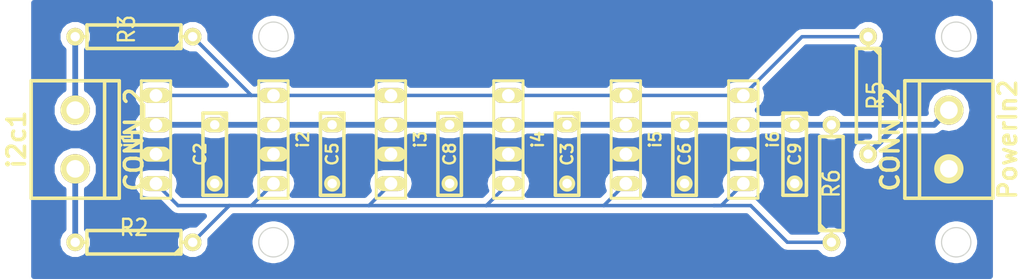
<source format=kicad_pcb>
(kicad_pcb (version 3) (host pcbnew "(2013-jul-07)-stable")

  (general
    (links 42)
    (no_connects 0)
    (area 83.134999 34.874999 157.530001 94.665001)
    (thickness 1.6)
    (drawings 4)
    (tracks 45)
    (zones 0)
    (modules 18)
    (nets 7)
  )

  (page A3)
  (layers
    (15 F.Cu signal)
    (0 B.Cu signal)
    (17 F.Adhes user)
    (19 F.Paste user)
    (21 F.SilkS user)
    (23 F.Mask user)
    (28 Edge.Cuts user)
  )

  (setup
    (last_trace_width 0.5)
    (trace_clearance 0.5)
    (zone_clearance 0.508)
    (zone_45_only no)
    (trace_min 0.254)
    (segment_width 0.2)
    (edge_width 0.1)
    (via_size 0.889)
    (via_drill 0.635)
    (via_min_size 0.889)
    (via_min_drill 0.508)
    (uvia_size 0.508)
    (uvia_drill 0.127)
    (uvias_allowed no)
    (uvia_min_size 0.508)
    (uvia_min_drill 0.127)
    (pcb_text_width 0.3)
    (pcb_text_size 1.5 1.5)
    (mod_edge_width 0.15)
    (mod_text_size 1 1)
    (mod_text_width 0.15)
    (pad_size 1.3 2)
    (pad_drill 0.8128)
    (pad_to_mask_clearance 0.3)
    (solder_mask_min_width 0.3)
    (aux_axis_origin 0 0)
    (visible_elements FFFFFFBF)
    (pcbplotparams
      (layerselection 10485761)
      (usegerberextensions false)
      (excludeedgelayer false)
      (linewidth 0.150000)
      (plotframeref false)
      (viasonmask false)
      (mode 1)
      (useauxorigin false)
      (hpglpennumber 1)
      (hpglpenspeed 20)
      (hpglpendiameter 15)
      (hpglpenoverlay 2)
      (psnegative false)
      (psa4output false)
      (plotreference true)
      (plotvalue true)
      (plotothertext true)
      (plotinvisibletext false)
      (padsonsilk false)
      (subtractmaskfromsilk false)
      (outputformat 5)
      (mirror false)
      (drillshape 1)
      (scaleselection 1)
      (outputdirectory output/))
  )

  (net 0 "")
  (net 1 /5V)
  (net 2 /SCL)
  (net 3 /SDA)
  (net 4 DGND)
  (net 5 N-000001)
  (net 6 N-000004)

  (net_class Default "This is the default net class."
    (clearance 0.5)
    (trace_width 0.5)
    (via_dia 0.889)
    (via_drill 0.635)
    (uvia_dia 0.508)
    (uvia_drill 0.127)
    (add_net "")
    (add_net /5V)
    (add_net DGND)
    (add_net N-000001)
    (add_net N-000004)
  )

  (net_class i2c ""
    (clearance 0.3)
    (trace_width 0.3)
    (via_dia 0.889)
    (via_drill 0.635)
    (uvia_dia 0.508)
    (uvia_drill 0.127)
    (add_net /SCL)
    (add_net /SDA)
  )

  (module PIN_ARRAY_4x1 (layer F.Cu) (tedit 5593CB16) (tstamp 54793F75)
    (at 136.525 84.455 270)
    (descr "Double rangee de contacts 2 x 5 pins")
    (tags CONN)
    (path /5479D212)
    (fp_text reference i6 (at 0 -2.54 270) (layer F.SilkS)
      (effects (font (size 1.016 1.016) (thickness 0.2032)))
    )
    (fp_text value CONN_4 (at 0 2.54 270) (layer F.SilkS) hide
      (effects (font (size 1.016 1.016) (thickness 0.2032)))
    )
    (fp_line (start 5.08 1.27) (end -5.08 1.27) (layer F.SilkS) (width 0.254))
    (fp_line (start 5.08 -1.27) (end -5.08 -1.27) (layer F.SilkS) (width 0.254))
    (fp_line (start -5.08 -1.27) (end -5.08 1.27) (layer F.SilkS) (width 0.254))
    (fp_line (start 5.08 1.27) (end 5.08 -1.27) (layer F.SilkS) (width 0.254))
    (pad 1 thru_hole oval (at -3.81 0 270) (size 1.3 2.524) (drill 1.1)
      (layers *.Cu *.Mask F.SilkS)
      (net 3 /SDA)
    )
    (pad 2 thru_hole oval (at -1.27 0 270) (size 1.3 2.524) (drill 1.1)
      (layers *.Cu *.Mask F.SilkS)
      (net 1 /5V)
    )
    (pad 3 thru_hole oval (at 1.27 0 270) (size 1.3 2.524) (drill 1.1)
      (layers *.Cu *.Mask F.SilkS)
      (net 4 DGND)
    )
    (pad 4 thru_hole oval (at 3.81 0 270) (size 1.3 2.524) (drill 1.1)
      (layers *.Cu *.Mask F.SilkS)
      (net 2 /SCL)
    )
    (model pin_array\pins_array_4x1.wrl
      (at (xyz 0 0 0))
      (scale (xyz 1 1 1))
      (rotate (xyz 0 0 0))
    )
  )

  (module bornier2 (layer F.Cu) (tedit 5477CE46) (tstamp 5477472F)
    (at 154.305 84.455 270)
    (descr "Bornier d'alimentation 2 pins")
    (tags DEV)
    (path /54774E7D)
    (fp_text reference PowerIn2 (at 0 -5.08 270) (layer F.SilkS)
      (effects (font (size 1.524 1.524) (thickness 0.3048)))
    )
    (fp_text value CONN_2 (at 0 5.08 270) (layer F.SilkS)
      (effects (font (size 1.524 1.524) (thickness 0.3048)))
    )
    (fp_line (start 5.08 2.54) (end -5.08 2.54) (layer F.SilkS) (width 0.3048))
    (fp_line (start 5.08 3.81) (end 5.08 -3.81) (layer F.SilkS) (width 0.3048))
    (fp_line (start 5.08 -3.81) (end -5.08 -3.81) (layer F.SilkS) (width 0.3048))
    (fp_line (start -5.08 -3.81) (end -5.08 3.81) (layer F.SilkS) (width 0.3048))
    (fp_line (start -5.08 3.81) (end 5.08 3.81) (layer F.SilkS) (width 0.3048))
    (pad 1 thru_hole oval (at -2.54 0 270) (size 2.54 2.54) (drill 1.524)
      (layers *.Cu *.Mask F.SilkS)
      (net 1 /5V)
    )
    (pad 2 thru_hole circle (at 2.54 0 270) (size 2.54 2.54) (drill 1.524)
      (layers *.Cu *.Mask F.SilkS)
      (net 4 DGND)
    )
    (model device/bornier_2.wrl
      (at (xyz 0 0 0))
      (scale (xyz 1 1 1))
      (rotate (xyz 0 0 0))
    )
  )

  (module bornier2 (layer F.Cu) (tedit 5479C9BD) (tstamp 54772B22)
    (at 78.74 84.455 90)
    (descr "Bornier d'alimentation 2 pins")
    (tags DEV)
    (path /5477345E)
    (fp_text reference i2c1 (at 0 -5.08 90) (layer F.SilkS)
      (effects (font (size 1.524 1.524) (thickness 0.3048)))
    )
    (fp_text value CONN_2 (at 0 5.08 90) (layer F.SilkS)
      (effects (font (size 1.524 1.524) (thickness 0.3048)))
    )
    (fp_line (start 5.08 2.54) (end -5.08 2.54) (layer F.SilkS) (width 0.3048))
    (fp_line (start 5.08 3.81) (end 5.08 -3.81) (layer F.SilkS) (width 0.3048))
    (fp_line (start 5.08 -3.81) (end -5.08 -3.81) (layer F.SilkS) (width 0.3048))
    (fp_line (start -5.08 -3.81) (end -5.08 3.81) (layer F.SilkS) (width 0.3048))
    (fp_line (start -5.08 3.81) (end 5.08 3.81) (layer F.SilkS) (width 0.3048))
    (pad 1 thru_hole circle (at -2.54 0 90) (size 2.54 2.54) (drill 1.524)
      (layers *.Cu *.Mask F.SilkS)
      (net 6 N-000004)
    )
    (pad 2 thru_hole circle (at 2.54 0 90) (size 2.54 2.54) (drill 1.524)
      (layers *.Cu *.Mask F.SilkS)
      (net 5 N-000001)
    )
    (model device/bornier_2.wrl
      (at (xyz 0 0 0))
      (scale (xyz 1 1 1))
      (rotate (xyz 0 0 0))
    )
  )

  (module R4 (layer F.Cu) (tedit 5477320F) (tstamp 5391FAC7)
    (at 83.82 75.565 180)
    (descr "Resitance 4 pas")
    (tags R)
    (path /5477261D)
    (autoplace_cost180 10)
    (fp_text reference R3 (at 0.635 0.635 270) (layer F.SilkS)
      (effects (font (size 1.397 1.27) (thickness 0.2032)))
    )
    (fp_text value FB (at 0 0 180) (layer F.SilkS) hide
      (effects (font (size 1.397 1.27) (thickness 0.2032)))
    )
    (fp_line (start -5.08 0) (end -4.064 0) (layer F.SilkS) (width 0.3048))
    (fp_line (start -4.064 0) (end -4.064 -1.016) (layer F.SilkS) (width 0.3048))
    (fp_line (start -4.064 -1.016) (end 4.064 -1.016) (layer F.SilkS) (width 0.3048))
    (fp_line (start 4.064 -1.016) (end 4.064 1.016) (layer F.SilkS) (width 0.3048))
    (fp_line (start 4.064 1.016) (end -4.064 1.016) (layer F.SilkS) (width 0.3048))
    (fp_line (start -4.064 1.016) (end -4.064 0) (layer F.SilkS) (width 0.3048))
    (fp_line (start -4.064 -0.508) (end -3.556 -1.016) (layer F.SilkS) (width 0.3048))
    (fp_line (start 5.08 0) (end 4.064 0) (layer F.SilkS) (width 0.3048))
    (pad 1 thru_hole circle (at -5.08 0 180) (size 1.524 1.524) (drill 0.8128)
      (layers *.Cu *.Mask F.SilkS)
      (net 3 /SDA)
    )
    (pad 2 thru_hole circle (at 5.08 0 180) (size 1.524 1.524) (drill 0.8128)
      (layers *.Cu *.Mask F.SilkS)
      (net 5 N-000001)
    )
    (model discret/resistor.wrl
      (at (xyz 0 0 0))
      (scale (xyz 0.4 0.4 0.4))
      (rotate (xyz 0 0 0))
    )
  )

  (module PIN_ARRAY_4x1 (layer F.Cu) (tedit 5593CB18) (tstamp 54793F82)
    (at 126.365 84.455 270)
    (descr "Double rangee de contacts 2 x 5 pins")
    (tags CONN)
    (path /5479D1F1)
    (fp_text reference i5 (at 0 -2.54 270) (layer F.SilkS)
      (effects (font (size 1.016 1.016) (thickness 0.2032)))
    )
    (fp_text value CONN_4 (at 0 2.54 270) (layer F.SilkS) hide
      (effects (font (size 1.016 1.016) (thickness 0.2032)))
    )
    (fp_line (start 5.08 1.27) (end -5.08 1.27) (layer F.SilkS) (width 0.254))
    (fp_line (start 5.08 -1.27) (end -5.08 -1.27) (layer F.SilkS) (width 0.254))
    (fp_line (start -5.08 -1.27) (end -5.08 1.27) (layer F.SilkS) (width 0.254))
    (fp_line (start 5.08 1.27) (end 5.08 -1.27) (layer F.SilkS) (width 0.254))
    (pad 1 thru_hole oval (at -3.81 0 270) (size 1.3 2.524) (drill 1.1)
      (layers *.Cu *.Mask F.SilkS)
      (net 3 /SDA)
    )
    (pad 2 thru_hole oval (at -1.27 0 270) (size 1.3 2.524) (drill 1.1)
      (layers *.Cu *.Mask F.SilkS)
      (net 1 /5V)
    )
    (pad 3 thru_hole oval (at 1.27 0 270) (size 1.3 2.524) (drill 1.1)
      (layers *.Cu *.Mask F.SilkS)
      (net 4 DGND)
    )
    (pad 4 thru_hole oval (at 3.81 0 270) (size 1.3 2.524) (drill 1.1)
      (layers *.Cu *.Mask F.SilkS)
      (net 2 /SCL)
    )
    (model pin_array\pins_array_4x1.wrl
      (at (xyz 0 0 0))
      (scale (xyz 1 1 1))
      (rotate (xyz 0 0 0))
    )
  )

  (module PIN_ARRAY_4x1 (layer F.Cu) (tedit 5593CB1B) (tstamp 54793F8F)
    (at 116.205 84.455 270)
    (descr "Double rangee de contacts 2 x 5 pins")
    (tags CONN)
    (path /5479D1D2)
    (fp_text reference i4 (at 0 -2.54 270) (layer F.SilkS)
      (effects (font (size 1.016 1.016) (thickness 0.2032)))
    )
    (fp_text value CONN_4 (at 0 2.54 270) (layer F.SilkS) hide
      (effects (font (size 1.016 1.016) (thickness 0.2032)))
    )
    (fp_line (start 5.08 1.27) (end -5.08 1.27) (layer F.SilkS) (width 0.254))
    (fp_line (start 5.08 -1.27) (end -5.08 -1.27) (layer F.SilkS) (width 0.254))
    (fp_line (start -5.08 -1.27) (end -5.08 1.27) (layer F.SilkS) (width 0.254))
    (fp_line (start 5.08 1.27) (end 5.08 -1.27) (layer F.SilkS) (width 0.254))
    (pad 1 thru_hole oval (at -3.81 0 270) (size 1.3 2.524) (drill 1.1)
      (layers *.Cu *.Mask F.SilkS)
      (net 3 /SDA)
    )
    (pad 2 thru_hole oval (at -1.27 0 270) (size 1.3 2.524) (drill 1.1)
      (layers *.Cu *.Mask F.SilkS)
      (net 1 /5V)
    )
    (pad 3 thru_hole oval (at 1.27 0 270) (size 1.3 2.524) (drill 1.1)
      (layers *.Cu *.Mask F.SilkS)
      (net 4 DGND)
    )
    (pad 4 thru_hole oval (at 3.81 0 270) (size 1.3 2.524) (drill 1.1)
      (layers *.Cu *.Mask F.SilkS)
      (net 2 /SCL)
    )
    (model pin_array\pins_array_4x1.wrl
      (at (xyz 0 0 0))
      (scale (xyz 1 1 1))
      (rotate (xyz 0 0 0))
    )
  )

  (module PIN_ARRAY_4x1 (layer F.Cu) (tedit 5593CB1D) (tstamp 54793FA9)
    (at 106.045 84.455 270)
    (descr "Double rangee de contacts 2 x 5 pins")
    (tags CONN)
    (path /5479CC54)
    (fp_text reference i3 (at 0 -2.54 270) (layer F.SilkS)
      (effects (font (size 1.016 1.016) (thickness 0.2032)))
    )
    (fp_text value CONN_4 (at 0 2.54 270) (layer F.SilkS) hide
      (effects (font (size 1.016 1.016) (thickness 0.2032)))
    )
    (fp_line (start 5.08 1.27) (end -5.08 1.27) (layer F.SilkS) (width 0.254))
    (fp_line (start 5.08 -1.27) (end -5.08 -1.27) (layer F.SilkS) (width 0.254))
    (fp_line (start -5.08 -1.27) (end -5.08 1.27) (layer F.SilkS) (width 0.254))
    (fp_line (start 5.08 1.27) (end 5.08 -1.27) (layer F.SilkS) (width 0.254))
    (pad 1 thru_hole oval (at -3.81 0 270) (size 1.3 2.524) (drill 1.1)
      (layers *.Cu *.Mask F.SilkS)
      (net 3 /SDA)
    )
    (pad 2 thru_hole oval (at -1.27 0 270) (size 1.3 2.524) (drill 1.1)
      (layers *.Cu *.Mask F.SilkS)
      (net 1 /5V)
    )
    (pad 3 thru_hole oval (at 1.27 0 270) (size 1.3 2.524) (drill 1.1)
      (layers *.Cu *.Mask F.SilkS)
      (net 4 DGND)
    )
    (pad 4 thru_hole oval (at 3.81 0 270) (size 1.3 2.524) (drill 1.1)
      (layers *.Cu *.Mask F.SilkS)
      (net 2 /SCL)
    )
    (model pin_array\pins_array_4x1.wrl
      (at (xyz 0 0 0))
      (scale (xyz 1 1 1))
      (rotate (xyz 0 0 0))
    )
  )

  (module PIN_ARRAY_4x1 (layer F.Cu) (tedit 5593CB1F) (tstamp 54793FD0)
    (at 95.885 84.455 270)
    (descr "Double rangee de contacts 2 x 5 pins")
    (tags CONN)
    (path /5479CA64)
    (fp_text reference i2 (at 0 -2.54 270) (layer F.SilkS)
      (effects (font (size 1.016 1.016) (thickness 0.2032)))
    )
    (fp_text value CONN_4 (at 0 2.54 270) (layer F.SilkS) hide
      (effects (font (size 1.016 1.016) (thickness 0.2032)))
    )
    (fp_line (start 5.08 1.27) (end -5.08 1.27) (layer F.SilkS) (width 0.254))
    (fp_line (start 5.08 -1.27) (end -5.08 -1.27) (layer F.SilkS) (width 0.254))
    (fp_line (start -5.08 -1.27) (end -5.08 1.27) (layer F.SilkS) (width 0.254))
    (fp_line (start 5.08 1.27) (end 5.08 -1.27) (layer F.SilkS) (width 0.254))
    (pad 1 thru_hole oval (at -3.81 0 270) (size 1.3 2.524) (drill 1.1)
      (layers *.Cu *.Mask F.SilkS)
      (net 3 /SDA)
    )
    (pad 2 thru_hole oval (at -1.27 0 270) (size 1.3 2.524) (drill 1.1)
      (layers *.Cu *.Mask F.SilkS)
      (net 1 /5V)
    )
    (pad 3 thru_hole oval (at 1.27 0 270) (size 1.3 2.524) (drill 1.1)
      (layers *.Cu *.Mask F.SilkS)
      (net 4 DGND)
    )
    (pad 4 thru_hole oval (at 3.81 0 270) (size 1.3 2.524) (drill 1.1)
      (layers *.Cu *.Mask F.SilkS)
      (net 2 /SCL)
    )
    (model pin_array\pins_array_4x1.wrl
      (at (xyz 0 0 0))
      (scale (xyz 1 1 1))
      (rotate (xyz 0 0 0))
    )
  )

  (module R4 (layer F.Cu) (tedit 53920597) (tstamp 5391F6FA)
    (at 83.82 93.345 180)
    (descr "Resitance 4 pas")
    (tags R)
    (path /54772610)
    (autoplace_cost180 10)
    (fp_text reference R2 (at 0 1.27 180) (layer F.SilkS)
      (effects (font (size 1.397 1.27) (thickness 0.2032)))
    )
    (fp_text value FB (at 0 0 180) (layer F.SilkS) hide
      (effects (font (size 1.397 1.27) (thickness 0.2032)))
    )
    (fp_line (start -5.08 0) (end -4.064 0) (layer F.SilkS) (width 0.3048))
    (fp_line (start -4.064 0) (end -4.064 -1.016) (layer F.SilkS) (width 0.3048))
    (fp_line (start -4.064 -1.016) (end 4.064 -1.016) (layer F.SilkS) (width 0.3048))
    (fp_line (start 4.064 -1.016) (end 4.064 1.016) (layer F.SilkS) (width 0.3048))
    (fp_line (start 4.064 1.016) (end -4.064 1.016) (layer F.SilkS) (width 0.3048))
    (fp_line (start -4.064 1.016) (end -4.064 0) (layer F.SilkS) (width 0.3048))
    (fp_line (start -4.064 -0.508) (end -3.556 -1.016) (layer F.SilkS) (width 0.3048))
    (fp_line (start 5.08 0) (end 4.064 0) (layer F.SilkS) (width 0.3048))
    (pad 1 thru_hole circle (at -5.08 0 180) (size 1.524 1.524) (drill 0.8128)
      (layers *.Cu *.Mask F.SilkS)
      (net 2 /SCL)
    )
    (pad 2 thru_hole circle (at 5.08 0 180) (size 1.524 1.524) (drill 0.8128)
      (layers *.Cu *.Mask F.SilkS)
      (net 6 N-000004)
    )
    (model discret/resistor.wrl
      (at (xyz 0 0 0))
      (scale (xyz 0.4 0.4 0.4))
      (rotate (xyz 0 0 0))
    )
  )

  (module C2 (layer F.Cu) (tedit 5593CB7A) (tstamp 5391F818)
    (at 100.965 85.725 270)
    (descr "Condensateur = 2 pas")
    (tags C)
    (path /5479CC5A)
    (fp_text reference C5 (at 0 0 270) (layer F.SilkS)
      (effects (font (size 1.016 1.016) (thickness 0.2032)))
    )
    (fp_text value 100nF (at 0 0 270) (layer F.SilkS) hide
      (effects (font (size 1.016 1.016) (thickness 0.2032)))
    )
    (fp_line (start -3.556 -1.016) (end 3.556 -1.016) (layer F.SilkS) (width 0.3048))
    (fp_line (start 3.556 -1.016) (end 3.556 1.016) (layer F.SilkS) (width 0.3048))
    (fp_line (start 3.556 1.016) (end -3.556 1.016) (layer F.SilkS) (width 0.3048))
    (fp_line (start -3.556 1.016) (end -3.556 -1.016) (layer F.SilkS) (width 0.3048))
    (fp_line (start -3.556 -0.508) (end -3.048 -1.016) (layer F.SilkS) (width 0.3048))
    (pad 1 thru_hole oval (at -2.54 0 270) (size 1.3 2) (drill 0.8128)
      (layers *.Cu *.Mask F.SilkS)
      (net 1 /5V)
    )
    (pad 2 thru_hole circle (at 2.54 0 270) (size 1.397 1.397) (drill 0.8128)
      (layers *.Cu *.Mask F.SilkS)
      (net 4 DGND)
    )
    (model discret/capa_2pas_5x5mm.wrl
      (at (xyz 0 0 0))
      (scale (xyz 1 1 1))
      (rotate (xyz 0 0 0))
    )
  )

  (module C2 (layer F.Cu) (tedit 5593CB6B) (tstamp 5391F823)
    (at 90.805 85.725 270)
    (descr "Condensateur = 2 pas")
    (tags C)
    (path /5477345A)
    (fp_text reference C2 (at 0 1.27 270) (layer F.SilkS)
      (effects (font (size 1.016 1.016) (thickness 0.2032)))
    )
    (fp_text value 100nF (at 0 0 270) (layer F.SilkS) hide
      (effects (font (size 1.016 1.016) (thickness 0.2032)))
    )
    (fp_line (start -3.556 -1.016) (end 3.556 -1.016) (layer F.SilkS) (width 0.3048))
    (fp_line (start 3.556 -1.016) (end 3.556 1.016) (layer F.SilkS) (width 0.3048))
    (fp_line (start 3.556 1.016) (end -3.556 1.016) (layer F.SilkS) (width 0.3048))
    (fp_line (start -3.556 1.016) (end -3.556 -1.016) (layer F.SilkS) (width 0.3048))
    (fp_line (start -3.556 -0.508) (end -3.048 -1.016) (layer F.SilkS) (width 0.3048))
    (pad 1 thru_hole oval (at -2.54 0 270) (size 1.3 2) (drill 0.8128)
      (layers *.Cu *.Mask F.SilkS)
      (net 1 /5V)
    )
    (pad 2 thru_hole circle (at 2.54 0 270) (size 1.397 1.397) (drill 0.8128)
      (layers *.Cu *.Mask F.SilkS)
      (net 4 DGND)
    )
    (model discret/capa_2pas_5x5mm.wrl
      (at (xyz 0 0 0))
      (scale (xyz 1 1 1))
      (rotate (xyz 0 0 0))
    )
  )

  (module C2 (layer F.Cu) (tedit 5593CB84) (tstamp 5391F794)
    (at 111.125 85.725 270)
    (descr "Condensateur = 2 pas")
    (tags C)
    (path /5479D1F7)
    (fp_text reference C8 (at 0 0 270) (layer F.SilkS)
      (effects (font (size 1.016 1.016) (thickness 0.2032)))
    )
    (fp_text value 100nF (at 0 0 270) (layer F.SilkS) hide
      (effects (font (size 1.016 1.016) (thickness 0.2032)))
    )
    (fp_line (start -3.556 -1.016) (end 3.556 -1.016) (layer F.SilkS) (width 0.3048))
    (fp_line (start 3.556 -1.016) (end 3.556 1.016) (layer F.SilkS) (width 0.3048))
    (fp_line (start 3.556 1.016) (end -3.556 1.016) (layer F.SilkS) (width 0.3048))
    (fp_line (start -3.556 1.016) (end -3.556 -1.016) (layer F.SilkS) (width 0.3048))
    (fp_line (start -3.556 -0.508) (end -3.048 -1.016) (layer F.SilkS) (width 0.3048))
    (pad 1 thru_hole oval (at -2.54 0 270) (size 1.3 2) (drill 0.8128)
      (layers *.Cu *.Mask F.SilkS)
      (net 1 /5V)
    )
    (pad 2 thru_hole circle (at 2.54 0 270) (size 1.397 1.397) (drill 0.8128)
      (layers *.Cu *.Mask F.SilkS)
      (net 4 DGND)
    )
    (model discret/capa_2pas_5x5mm.wrl
      (at (xyz 0 0 0))
      (scale (xyz 1 1 1))
      (rotate (xyz 0 0 0))
    )
  )

  (module C2 (layer F.Cu) (tedit 5593CB88) (tstamp 54793A96)
    (at 121.285 85.725 270)
    (descr "Condensateur = 2 pas")
    (tags C)
    (path /5479CA6A)
    (fp_text reference C3 (at 0 0 270) (layer F.SilkS)
      (effects (font (size 1.016 1.016) (thickness 0.2032)))
    )
    (fp_text value 100nF (at 0 0 270) (layer F.SilkS) hide
      (effects (font (size 1.016 1.016) (thickness 0.2032)))
    )
    (fp_line (start -3.556 -1.016) (end 3.556 -1.016) (layer F.SilkS) (width 0.3048))
    (fp_line (start 3.556 -1.016) (end 3.556 1.016) (layer F.SilkS) (width 0.3048))
    (fp_line (start 3.556 1.016) (end -3.556 1.016) (layer F.SilkS) (width 0.3048))
    (fp_line (start -3.556 1.016) (end -3.556 -1.016) (layer F.SilkS) (width 0.3048))
    (fp_line (start -3.556 -0.508) (end -3.048 -1.016) (layer F.SilkS) (width 0.3048))
    (pad 1 thru_hole oval (at -2.54 0 270) (size 1.3 2) (drill 0.8128)
      (layers *.Cu *.Mask F.SilkS)
      (net 1 /5V)
    )
    (pad 2 thru_hole circle (at 2.54 0 270) (size 1.397 1.397) (drill 0.8128)
      (layers *.Cu *.Mask F.SilkS)
      (net 4 DGND)
    )
    (model discret/capa_2pas_5x5mm.wrl
      (at (xyz 0 0 0))
      (scale (xyz 1 1 1))
      (rotate (xyz 0 0 0))
    )
  )

  (module C2 (layer F.Cu) (tedit 5593CB8C) (tstamp 54793AA1)
    (at 131.445 85.725 270)
    (descr "Condensateur = 2 pas")
    (tags C)
    (path /5479D1D8)
    (fp_text reference C6 (at 0 0 270) (layer F.SilkS)
      (effects (font (size 1.016 1.016) (thickness 0.2032)))
    )
    (fp_text value 100nF (at 0 0 270) (layer F.SilkS) hide
      (effects (font (size 1.016 1.016) (thickness 0.2032)))
    )
    (fp_line (start -3.556 -1.016) (end 3.556 -1.016) (layer F.SilkS) (width 0.3048))
    (fp_line (start 3.556 -1.016) (end 3.556 1.016) (layer F.SilkS) (width 0.3048))
    (fp_line (start 3.556 1.016) (end -3.556 1.016) (layer F.SilkS) (width 0.3048))
    (fp_line (start -3.556 1.016) (end -3.556 -1.016) (layer F.SilkS) (width 0.3048))
    (fp_line (start -3.556 -0.508) (end -3.048 -1.016) (layer F.SilkS) (width 0.3048))
    (pad 1 thru_hole oval (at -2.54 0 270) (size 1.3 2) (drill 0.8128)
      (layers *.Cu *.Mask F.SilkS)
      (net 1 /5V)
    )
    (pad 2 thru_hole circle (at 2.54 0 270) (size 1.397 1.397) (drill 0.8128)
      (layers *.Cu *.Mask F.SilkS)
      (net 4 DGND)
    )
    (model discret/capa_2pas_5x5mm.wrl
      (at (xyz 0 0 0))
      (scale (xyz 1 1 1))
      (rotate (xyz 0 0 0))
    )
  )

  (module C2 (layer F.Cu) (tedit 5593CB8F) (tstamp 54793EAF)
    (at 140.97 85.725 270)
    (descr "Condensateur = 2 pas")
    (tags C)
    (path /5479D218)
    (fp_text reference C9 (at 0 0 270) (layer F.SilkS)
      (effects (font (size 1.016 1.016) (thickness 0.2032)))
    )
    (fp_text value 100nF (at 0 0 270) (layer F.SilkS) hide
      (effects (font (size 1.016 1.016) (thickness 0.2032)))
    )
    (fp_line (start -3.556 -1.016) (end 3.556 -1.016) (layer F.SilkS) (width 0.3048))
    (fp_line (start 3.556 -1.016) (end 3.556 1.016) (layer F.SilkS) (width 0.3048))
    (fp_line (start 3.556 1.016) (end -3.556 1.016) (layer F.SilkS) (width 0.3048))
    (fp_line (start -3.556 1.016) (end -3.556 -1.016) (layer F.SilkS) (width 0.3048))
    (fp_line (start -3.556 -0.508) (end -3.048 -1.016) (layer F.SilkS) (width 0.3048))
    (pad 1 thru_hole oval (at -2.54 0 270) (size 1.3 2) (drill 0.8128)
      (layers *.Cu *.Mask F.SilkS)
      (net 1 /5V)
    )
    (pad 2 thru_hole circle (at 2.54 0 270) (size 1.397 1.397) (drill 0.8128)
      (layers *.Cu *.Mask F.SilkS)
      (net 4 DGND)
    )
    (model discret/capa_2pas_5x5mm.wrl
      (at (xyz 0 0 0))
      (scale (xyz 1 1 1))
      (rotate (xyz 0 0 0))
    )
  )

  (module PIN_ARRAY_4x1 (layer F.Cu) (tedit 5593CB21) (tstamp 54793FDD)
    (at 85.725 84.455 90)
    (descr "Double rangee de contacts 2 x 5 pins")
    (tags CONN)
    (path /54773459)
    (fp_text reference i1 (at 0 -2.54 90) (layer F.SilkS)
      (effects (font (size 1.016 1.016) (thickness 0.2032)))
    )
    (fp_text value CONN_4 (at 0 2.54 90) (layer F.SilkS) hide
      (effects (font (size 1.016 1.016) (thickness 0.2032)))
    )
    (fp_line (start 5.08 1.27) (end -5.08 1.27) (layer F.SilkS) (width 0.254))
    (fp_line (start 5.08 -1.27) (end -5.08 -1.27) (layer F.SilkS) (width 0.254))
    (fp_line (start -5.08 -1.27) (end -5.08 1.27) (layer F.SilkS) (width 0.254))
    (fp_line (start 5.08 1.27) (end 5.08 -1.27) (layer F.SilkS) (width 0.254))
    (pad 1 thru_hole oval (at 3.81 0 90) (size 1.3 2.524) (drill 1.1)
      (layers *.Cu *.Mask F.SilkS)
      (net 3 /SDA)
    )
    (pad 2 thru_hole oval (at 1.27 0 90) (size 1.3 2.524) (drill 1.1)
      (layers *.Cu *.Mask F.SilkS)
      (net 1 /5V)
    )
    (pad 3 thru_hole oval (at -1.27 0 90) (size 1.3 2.524) (drill 1.1)
      (layers *.Cu *.Mask F.SilkS)
      (net 4 DGND)
    )
    (pad 4 thru_hole oval (at -3.81 0 90) (size 1.3 2.524) (drill 1.1)
      (layers *.Cu *.Mask F.SilkS)
      (net 2 /SCL)
    )
    (model pin_array\pins_array_4x1.wrl
      (at (xyz 0 0 0))
      (scale (xyz 1 1 1))
      (rotate (xyz 0 0 0))
    )
  )

  (module R4 (layer F.Cu) (tedit 5593C791) (tstamp 5593C713)
    (at 147.32 80.645 270)
    (descr "Resitance 4 pas")
    (tags R)
    (path /54794254)
    (autoplace_cost180 10)
    (fp_text reference R5 (at 0 -0.635 270) (layer F.SilkS)
      (effects (font (size 1.397 1.27) (thickness 0.2032)))
    )
    (fp_text value 4.7K (at 0 0 270) (layer F.SilkS) hide
      (effects (font (size 1.397 1.27) (thickness 0.2032)))
    )
    (fp_line (start -5.08 0) (end -4.064 0) (layer F.SilkS) (width 0.3048))
    (fp_line (start -4.064 0) (end -4.064 -1.016) (layer F.SilkS) (width 0.3048))
    (fp_line (start -4.064 -1.016) (end 4.064 -1.016) (layer F.SilkS) (width 0.3048))
    (fp_line (start 4.064 -1.016) (end 4.064 1.016) (layer F.SilkS) (width 0.3048))
    (fp_line (start 4.064 1.016) (end -4.064 1.016) (layer F.SilkS) (width 0.3048))
    (fp_line (start -4.064 1.016) (end -4.064 0) (layer F.SilkS) (width 0.3048))
    (fp_line (start -4.064 -0.508) (end -3.556 -1.016) (layer F.SilkS) (width 0.3048))
    (fp_line (start 5.08 0) (end 4.064 0) (layer F.SilkS) (width 0.3048))
    (pad 1 thru_hole circle (at -5.08 0 270) (size 1.524 1.524) (drill 0.8128)
      (layers *.Cu *.Mask F.SilkS)
      (net 3 /SDA)
    )
    (pad 2 thru_hole circle (at 5.08 0 270) (size 1.524 1.524) (drill 0.8128)
      (layers *.Cu *.Mask F.SilkS)
      (net 1 /5V)
    )
    (model discret/resistor.wrl
      (at (xyz 0 0 0))
      (scale (xyz 0.4 0.4 0.4))
      (rotate (xyz 0 0 0))
    )
  )

  (module R4 (layer F.Cu) (tedit 5593C9EC) (tstamp 5593C721)
    (at 144.145 88.265 90)
    (descr "Resitance 4 pas")
    (tags R)
    (path /5479425A)
    (autoplace_cost180 10)
    (fp_text reference R6 (at 0 0 90) (layer F.SilkS)
      (effects (font (size 1.397 1.27) (thickness 0.2032)))
    )
    (fp_text value 4.7K (at 0 0 90) (layer F.SilkS) hide
      (effects (font (size 1.397 1.27) (thickness 0.2032)))
    )
    (fp_line (start -5.08 0) (end -4.064 0) (layer F.SilkS) (width 0.3048))
    (fp_line (start -4.064 0) (end -4.064 -1.016) (layer F.SilkS) (width 0.3048))
    (fp_line (start -4.064 -1.016) (end 4.064 -1.016) (layer F.SilkS) (width 0.3048))
    (fp_line (start 4.064 -1.016) (end 4.064 1.016) (layer F.SilkS) (width 0.3048))
    (fp_line (start 4.064 1.016) (end -4.064 1.016) (layer F.SilkS) (width 0.3048))
    (fp_line (start -4.064 1.016) (end -4.064 0) (layer F.SilkS) (width 0.3048))
    (fp_line (start -4.064 -0.508) (end -3.556 -1.016) (layer F.SilkS) (width 0.3048))
    (fp_line (start 5.08 0) (end 4.064 0) (layer F.SilkS) (width 0.3048))
    (pad 1 thru_hole circle (at -5.08 0 90) (size 1.524 1.524) (drill 0.8128)
      (layers *.Cu *.Mask F.SilkS)
      (net 2 /SCL)
    )
    (pad 2 thru_hole circle (at 5.08 0 90) (size 1.524 1.524) (drill 0.8128)
      (layers *.Cu *.Mask F.SilkS)
      (net 1 /5V)
    )
    (model discret/resistor.wrl
      (at (xyz 0 0 0))
      (scale (xyz 0.4 0.4 0.4))
      (rotate (xyz 0 0 0))
    )
  )

  (gr_circle (center 95.885 93.345) (end 97.155 93.345) (layer Edge.Cuts) (width 0.1))
  (gr_circle (center 95.885 75.565) (end 97.155 75.565) (layer Edge.Cuts) (width 0.1))
  (gr_circle (center 154.94 93.345) (end 156.21 93.345) (layer Edge.Cuts) (width 0.1))
  (gr_circle (center 154.94 75.565) (end 153.67 75.565) (layer Edge.Cuts) (width 0.1))

  (segment (start 147.32 85.725) (end 149.86 83.185) (width 0.5) (layer B.Cu) (net 1) (status 400000))
  (segment (start 149.225 83.185) (end 149.86 83.185) (width 0.5) (layer B.Cu) (net 1))
  (segment (start 149.86 83.185) (end 153.035 83.185) (width 0.5) (layer B.Cu) (net 1) (tstamp 5593CC75) (status 800000))
  (segment (start 153.035 83.185) (end 154.305 81.915) (width 0.5) (layer B.Cu) (net 1) (tstamp 5593CC6E) (status C00000))
  (segment (start 144.145 83.185) (end 149.225 83.185) (width 0.5) (layer B.Cu) (net 1) (status 400000))
  (segment (start 144.145 83.185) (end 140.97 83.185) (width 0.5) (layer B.Cu) (net 1))
  (segment (start 136.525 83.185) (end 140.97 83.185) (width 0.5) (layer B.Cu) (net 1))
  (segment (start 131.445 83.185) (end 136.525 83.185) (width 0.5) (layer B.Cu) (net 1))
  (segment (start 126.365 83.185) (end 131.445 83.185) (width 0.5) (layer B.Cu) (net 1))
  (segment (start 121.285 83.185) (end 126.365 83.185) (width 0.5) (layer B.Cu) (net 1))
  (segment (start 116.205 83.185) (end 121.285 83.185) (width 0.5) (layer B.Cu) (net 1))
  (segment (start 111.125 83.185) (end 116.205 83.185) (width 0.5) (layer B.Cu) (net 1))
  (segment (start 106.045 83.185) (end 111.125 83.185) (width 0.5) (layer B.Cu) (net 1))
  (segment (start 100.965 83.185) (end 106.045 83.185) (width 0.5) (layer B.Cu) (net 1))
  (segment (start 95.885 83.185) (end 100.965 83.185) (width 0.5) (layer B.Cu) (net 1))
  (segment (start 90.805 83.185) (end 95.885 83.185) (width 0.5) (layer B.Cu) (net 1))
  (segment (start 85.725 83.185) (end 90.805 83.185) (width 0.5) (layer B.Cu) (net 1))
  (segment (start 133.985 90.17) (end 137.16 90.17) (width 0.3) (layer B.Cu) (net 2))
  (segment (start 140.335 93.345) (end 144.145 93.345) (width 0.3) (layer B.Cu) (net 2) (tstamp 5593CA4D))
  (segment (start 137.16 90.17) (end 140.335 93.345) (width 0.3) (layer B.Cu) (net 2) (tstamp 5593CA4B))
  (segment (start 88.9 93.345) (end 92.075 90.17) (width 0.3) (layer B.Cu) (net 2))
  (segment (start 85.725 88.265) (end 87.63 90.17) (width 0.3) (layer B.Cu) (net 2))
  (segment (start 87.63 90.17) (end 92.075 90.17) (width 0.3) (layer B.Cu) (net 2) (tstamp 5593C990))
  (segment (start 92.075 90.17) (end 93.98 90.17) (width 0.3) (layer B.Cu) (net 2) (tstamp 5593C995))
  (segment (start 126.365 88.265) (end 124.46 90.17) (width 0.3) (layer B.Cu) (net 2))
  (segment (start 116.205 88.265) (end 114.3 90.17) (width 0.3) (layer B.Cu) (net 2))
  (segment (start 106.045 88.265) (end 104.14 90.17) (width 0.3) (layer B.Cu) (net 2))
  (segment (start 95.885 88.265) (end 93.98 90.17) (width 0.3) (layer B.Cu) (net 2))
  (segment (start 93.98 90.17) (end 104.14 90.17) (width 0.3) (layer B.Cu) (net 2) (tstamp 5593C8F3))
  (segment (start 104.14 90.17) (end 114.3 90.17) (width 0.3) (layer B.Cu) (net 2) (tstamp 5593C8F7))
  (segment (start 114.3 90.17) (end 124.46 90.17) (width 0.3) (layer B.Cu) (net 2) (tstamp 5593C8FB))
  (segment (start 124.46 90.17) (end 133.985 90.17) (width 0.3) (layer B.Cu) (net 2) (tstamp 5593C8FF))
  (segment (start 133.985 90.17) (end 134.62 90.17) (width 0.3) (layer B.Cu) (net 2) (tstamp 5593CA49))
  (segment (start 134.62 90.17) (end 136.525 88.265) (width 0.3) (layer B.Cu) (net 2) (tstamp 5593C8ED))
  (segment (start 147.32 75.565) (end 141.605 75.565) (width 0.3) (layer B.Cu) (net 3) (status 400000))
  (segment (start 141.605 75.565) (end 136.525 80.645) (width 0.3) (layer B.Cu) (net 3) (tstamp 5593CA98) (status 800000))
  (segment (start 88.9 75.565) (end 93.98 80.645) (width 0.3) (layer B.Cu) (net 3))
  (segment (start 126.365 80.645) (end 136.525 80.645) (width 0.3) (layer B.Cu) (net 3))
  (segment (start 116.205 80.645) (end 126.365 80.645) (width 0.3) (layer B.Cu) (net 3))
  (segment (start 106.045 80.645) (end 116.205 80.645) (width 0.3) (layer B.Cu) (net 3))
  (segment (start 95.885 80.645) (end 106.045 80.645) (width 0.3) (layer B.Cu) (net 3))
  (segment (start 85.725 80.645) (end 93.98 80.645) (width 0.3) (layer B.Cu) (net 3))
  (segment (start 93.98 80.645) (end 95.885 80.645) (width 0.3) (layer B.Cu) (net 3) (tstamp 5593C9A1))
  (segment (start 78.74 75.565) (end 78.74 81.915) (width 0.5) (layer B.Cu) (net 5))
  (segment (start 78.74 86.995) (end 78.74 93.345) (width 0.5) (layer B.Cu) (net 6))

  (zone (net 4) (net_name DGND) (layer B.Cu) (tstamp 5593C896) (hatch edge 0.508)
    (connect_pads yes (clearance 0.508))
    (min_thickness 0.5)
    (fill (arc_segments 16) (thermal_gap 0.508) (thermal_bridge_width 0.508))
    (polygon
      (pts
        (xy 158.115 72.39) (xy 74.93 72.39) (xy 74.93 96.52) (xy 158.115 96.52)
      )
    )
    (filled_polygon
      (pts
        (xy 157.865 96.27) (xy 157.002188 96.27) (xy 157.002188 93.501858) (xy 157.002051 93.345) (xy 157.002188 93.188142)
        (xy 157.002188 75.721858) (xy 157.002051 75.565) (xy 157.002188 75.408142) (xy 157.001913 75.406753) (xy 157.001913 75.406592)
        (xy 157.001852 75.406445) (xy 156.905939 74.922051) (xy 156.785546 74.630678) (xy 156.783981 74.62911) (xy 156.51049 74.219027)
        (xy 156.509701 74.217127) (xy 156.28658 73.994396) (xy 155.875857 73.720478) (xy 155.874406 73.719029) (xy 155.583033 73.598637)
        (xy 155.096941 73.502388) (xy 154.781676 73.502663) (xy 154.779653 73.503502) (xy 154.297051 73.599061) (xy 154.005678 73.719454)
        (xy 154.00411 73.721018) (xy 153.594027 73.994509) (xy 153.592127 73.995299) (xy 153.369396 74.21842) (xy 153.095478 74.629142)
        (xy 153.094029 74.630594) (xy 152.973637 74.921967) (xy 152.877388 75.408059) (xy 152.877524 75.565) (xy 152.877388 75.721941)
        (xy 152.973637 76.208033) (xy 153.094029 76.499406) (xy 153.095478 76.500857) (xy 153.369396 76.91158) (xy 153.592127 77.134701)
        (xy 153.594027 77.13549) (xy 154.00411 77.408981) (xy 154.005678 77.410546) (xy 154.297051 77.530939) (xy 154.779653 77.626497)
        (xy 154.781676 77.627337) (xy 155.096941 77.627612) (xy 155.583033 77.531363) (xy 155.874406 77.410971) (xy 155.875857 77.409521)
        (xy 156.28658 77.135604) (xy 156.509701 76.912873) (xy 156.51049 76.910972) (xy 156.783981 76.500889) (xy 156.785546 76.499322)
        (xy 156.905939 76.207949) (xy 157.001852 75.723554) (xy 157.001913 75.723408) (xy 157.001913 75.723246) (xy 157.002188 75.721858)
        (xy 157.002188 93.188142) (xy 157.001913 93.186753) (xy 157.001913 93.186592) (xy 157.001852 93.186445) (xy 156.905939 92.702051)
        (xy 156.785546 92.410678) (xy 156.783981 92.40911) (xy 156.51049 91.999027) (xy 156.509701 91.997127) (xy 156.333 91.820734)
        (xy 156.333 81.95473) (xy 156.333 81.87527) (xy 156.178628 81.099188) (xy 155.739013 80.441257) (xy 155.081082 80.001642)
        (xy 154.305 79.84727) (xy 153.528918 80.001642) (xy 152.870987 80.441257) (xy 152.431372 81.099188) (xy 152.277 81.87527)
        (xy 152.277 81.95473) (xy 152.321212 82.177) (xy 149.86 82.177) (xy 149.225 82.177) (xy 145.286488 82.177)
        (xy 145.007135 81.897159) (xy 144.448673 81.665265) (xy 143.84398 81.664737) (xy 143.285114 81.895656) (xy 143.003278 82.177)
        (xy 142.331498 82.177) (xy 141.893259 81.884178) (xy 141.354441 81.777) (xy 140.585559 81.777) (xy 140.046741 81.884178)
        (xy 139.608501 82.177) (xy 138.153631 82.177) (xy 137.76152 81.915) (xy 138.17218 81.640606) (xy 138.477396 81.183818)
        (xy 138.584574 80.645) (xy 138.477396 80.106182) (xy 138.425536 80.028569) (xy 141.981106 76.473) (xy 146.078686 76.473)
        (xy 146.457865 76.852841) (xy 147.016327 77.084735) (xy 147.62102 77.085263) (xy 148.179886 76.854344) (xy 148.607841 76.427135)
        (xy 148.839735 75.868673) (xy 148.840263 75.26398) (xy 148.609344 74.705114) (xy 148.182135 74.277159) (xy 147.623673 74.045265)
        (xy 147.01898 74.044737) (xy 146.460114 74.275656) (xy 146.078104 74.657) (xy 141.605 74.657) (xy 141.257523 74.726117)
        (xy 140.962947 74.922947) (xy 140.962946 74.922947) (xy 140.962946 74.922948) (xy 136.648894 79.237) (xy 135.873426 79.237)
        (xy 135.334608 79.344178) (xy 134.87782 79.649394) (xy 134.819283 79.737) (xy 128.070716 79.737) (xy 128.01218 79.649394)
        (xy 127.555392 79.344178) (xy 127.016574 79.237) (xy 125.713426 79.237) (xy 125.174608 79.344178) (xy 124.71782 79.649394)
        (xy 124.659283 79.737) (xy 117.910716 79.737) (xy 117.85218 79.649394) (xy 117.395392 79.344178) (xy 116.856574 79.237)
        (xy 115.553426 79.237) (xy 115.014608 79.344178) (xy 114.55782 79.649394) (xy 114.499283 79.737) (xy 107.750716 79.737)
        (xy 107.69218 79.649394) (xy 107.235392 79.344178) (xy 106.696574 79.237) (xy 105.393426 79.237) (xy 104.854608 79.344178)
        (xy 104.39782 79.649394) (xy 104.339283 79.737) (xy 97.947188 79.737) (xy 97.947188 75.721858) (xy 97.947051 75.565)
        (xy 97.947188 75.408142) (xy 97.946913 75.406753) (xy 97.946913 75.406592) (xy 97.946852 75.406445) (xy 97.850939 74.922051)
        (xy 97.730546 74.630678) (xy 97.728981 74.62911) (xy 97.45549 74.219027) (xy 97.454701 74.217127) (xy 97.23158 73.994396)
        (xy 96.820857 73.720478) (xy 96.819406 73.719029) (xy 96.528033 73.598637) (xy 96.041941 73.502388) (xy 95.726676 73.502663)
        (xy 95.724653 73.503502) (xy 95.242051 73.599061) (xy 94.950678 73.719454) (xy 94.94911 73.721018) (xy 94.539027 73.994509)
        (xy 94.537127 73.995299) (xy 94.314396 74.21842) (xy 94.040478 74.629142) (xy 94.039029 74.630594) (xy 93.918637 74.921967)
        (xy 93.822388 75.408059) (xy 93.822524 75.565) (xy 93.822388 75.721941) (xy 93.918637 76.208033) (xy 94.039029 76.499406)
        (xy 94.040478 76.500857) (xy 94.314396 76.91158) (xy 94.537127 77.134701) (xy 94.539027 77.13549) (xy 94.94911 77.408981)
        (xy 94.950678 77.410546) (xy 95.242051 77.530939) (xy 95.724653 77.626497) (xy 95.726676 77.627337) (xy 96.041941 77.627612)
        (xy 96.528033 77.531363) (xy 96.819406 77.410971) (xy 96.820857 77.409521) (xy 97.23158 77.135604) (xy 97.454701 76.912873)
        (xy 97.45549 76.910972) (xy 97.728981 76.500889) (xy 97.730546 76.499322) (xy 97.850939 76.207949) (xy 97.946852 75.723554)
        (xy 97.946913 75.723408) (xy 97.946913 75.723246) (xy 97.947188 75.721858) (xy 97.947188 79.737) (xy 97.590716 79.737)
        (xy 97.53218 79.649394) (xy 97.075392 79.344178) (xy 96.536574 79.237) (xy 95.233426 79.237) (xy 94.694608 79.344178)
        (xy 94.256211 79.637105) (xy 90.419794 75.800688) (xy 90.420263 75.26398) (xy 90.189344 74.705114) (xy 89.762135 74.277159)
        (xy 89.203673 74.045265) (xy 88.59898 74.044737) (xy 88.040114 74.275656) (xy 87.612159 74.702865) (xy 87.380265 75.261327)
        (xy 87.379737 75.86602) (xy 87.610656 76.424886) (xy 88.037865 76.852841) (xy 88.596327 77.084735) (xy 89.1361 77.085206)
        (xy 91.787893 79.737) (xy 87.430716 79.737) (xy 87.37218 79.649394) (xy 86.915392 79.344178) (xy 86.376574 79.237)
        (xy 85.073426 79.237) (xy 84.534608 79.344178) (xy 84.07782 79.649394) (xy 83.772604 80.106182) (xy 83.665426 80.645)
        (xy 83.772604 81.183818) (xy 84.07782 81.640606) (xy 84.488479 81.915) (xy 84.07782 82.189394) (xy 83.772604 82.646182)
        (xy 83.665426 83.185) (xy 83.772604 83.723818) (xy 84.07782 84.180606) (xy 84.534608 84.485822) (xy 85.073426 84.593)
        (xy 86.376574 84.593) (xy 86.915392 84.485822) (xy 87.353631 84.193) (xy 89.443501 84.193) (xy 89.881741 84.485822)
        (xy 90.420559 84.593) (xy 91.189441 84.593) (xy 91.728259 84.485822) (xy 92.166498 84.193) (xy 94.256368 84.193)
        (xy 94.694608 84.485822) (xy 95.233426 84.593) (xy 96.536574 84.593) (xy 97.075392 84.485822) (xy 97.513631 84.193)
        (xy 99.603501 84.193) (xy 100.041741 84.485822) (xy 100.580559 84.593) (xy 101.349441 84.593) (xy 101.888259 84.485822)
        (xy 102.326498 84.193) (xy 104.416368 84.193) (xy 104.854608 84.485822) (xy 105.393426 84.593) (xy 106.696574 84.593)
        (xy 107.235392 84.485822) (xy 107.673631 84.193) (xy 109.763501 84.193) (xy 110.201741 84.485822) (xy 110.740559 84.593)
        (xy 111.509441 84.593) (xy 112.048259 84.485822) (xy 112.486498 84.193) (xy 114.576368 84.193) (xy 115.014608 84.485822)
        (xy 115.553426 84.593) (xy 116.856574 84.593) (xy 117.395392 84.485822) (xy 117.833631 84.193) (xy 119.923501 84.193)
        (xy 120.361741 84.485822) (xy 120.900559 84.593) (xy 121.669441 84.593) (xy 122.208259 84.485822) (xy 122.646498 84.193)
        (xy 124.736368 84.193) (xy 125.174608 84.485822) (xy 125.713426 84.593) (xy 127.016574 84.593) (xy 127.555392 84.485822)
        (xy 127.993631 84.193) (xy 130.083501 84.193) (xy 130.521741 84.485822) (xy 131.060559 84.593) (xy 131.829441 84.593)
        (xy 132.368259 84.485822) (xy 132.806498 84.193) (xy 134.896368 84.193) (xy 135.334608 84.485822) (xy 135.873426 84.593)
        (xy 137.176574 84.593) (xy 137.715392 84.485822) (xy 138.153631 84.193) (xy 139.608501 84.193) (xy 140.046741 84.485822)
        (xy 140.585559 84.593) (xy 141.354441 84.593) (xy 141.893259 84.485822) (xy 142.331498 84.193) (xy 143.003511 84.193)
        (xy 143.282865 84.472841) (xy 143.841327 84.704735) (xy 144.44602 84.705263) (xy 145.004886 84.474344) (xy 145.286721 84.193)
        (xy 147.426472 84.193) (xy 147.41439 84.205082) (xy 147.01898 84.204737) (xy 146.460114 84.435656) (xy 146.032159 84.862865)
        (xy 145.800265 85.421327) (xy 145.799737 86.02602) (xy 146.030656 86.584886) (xy 146.457865 87.012841) (xy 147.016327 87.244735)
        (xy 147.62102 87.245263) (xy 148.179886 87.014344) (xy 148.607841 86.587135) (xy 148.839735 86.028673) (xy 148.840082 85.630444)
        (xy 150.277527 84.193) (xy 153.034994 84.193) (xy 153.035 84.193001) (xy 153.035 84.193) (xy 153.420745 84.116271)
        (xy 153.747764 83.897764) (xy 153.769345 83.876182) (xy 154.305 83.98273) (xy 155.081082 83.828358) (xy 155.739013 83.388743)
        (xy 156.178628 82.730812) (xy 156.333 81.95473) (xy 156.333 91.820734) (xy 156.28658 91.774396) (xy 155.875857 91.500478)
        (xy 155.874406 91.499029) (xy 155.583033 91.378637) (xy 155.096941 91.282388) (xy 154.781676 91.282663) (xy 154.779653 91.283502)
        (xy 154.297051 91.379061) (xy 154.005678 91.499454) (xy 154.00411 91.501018) (xy 153.594027 91.774509) (xy 153.592127 91.775299)
        (xy 153.369396 91.99842) (xy 153.095478 92.409142) (xy 153.094029 92.410594) (xy 152.973637 92.701967) (xy 152.877388 93.188059)
        (xy 152.877524 93.345) (xy 152.877388 93.501941) (xy 152.973637 93.988033) (xy 153.094029 94.279406) (xy 153.095478 94.280857)
        (xy 153.369396 94.69158) (xy 153.592127 94.914701) (xy 153.594027 94.91549) (xy 154.00411 95.188981) (xy 154.005678 95.190546)
        (xy 154.297051 95.310939) (xy 154.779653 95.406497) (xy 154.781676 95.407337) (xy 155.096941 95.407612) (xy 155.583033 95.311363)
        (xy 155.874406 95.190971) (xy 155.875857 95.189521) (xy 156.28658 94.915604) (xy 156.509701 94.692873) (xy 156.51049 94.690972)
        (xy 156.783981 94.280889) (xy 156.785546 94.279322) (xy 156.905939 93.987949) (xy 157.001852 93.503554) (xy 157.001913 93.503408)
        (xy 157.001913 93.503246) (xy 157.002188 93.501858) (xy 157.002188 96.27) (xy 145.665263 96.27) (xy 145.665263 93.04398)
        (xy 145.434344 92.485114) (xy 145.007135 92.057159) (xy 144.448673 91.825265) (xy 143.84398 91.824737) (xy 143.285114 92.055656)
        (xy 142.903104 92.437) (xy 140.711106 92.437) (xy 137.802053 89.527947) (xy 137.787064 89.517931) (xy 138.17218 89.260606)
        (xy 138.477396 88.803818) (xy 138.584574 88.265) (xy 138.477396 87.726182) (xy 138.17218 87.269394) (xy 137.715392 86.964178)
        (xy 137.176574 86.857) (xy 135.873426 86.857) (xy 135.334608 86.964178) (xy 134.87782 87.269394) (xy 134.572604 87.726182)
        (xy 134.465426 88.265) (xy 134.572604 88.803818) (xy 134.624463 88.88143) (xy 134.243894 89.262) (xy 133.985 89.262)
        (xy 128.010093 89.262) (xy 128.01218 89.260606) (xy 128.317396 88.803818) (xy 128.424574 88.265) (xy 128.317396 87.726182)
        (xy 128.01218 87.269394) (xy 127.555392 86.964178) (xy 127.016574 86.857) (xy 125.713426 86.857) (xy 125.174608 86.964178)
        (xy 124.71782 87.269394) (xy 124.412604 87.726182) (xy 124.305426 88.265) (xy 124.412604 88.803818) (xy 124.464463 88.88143)
        (xy 124.083894 89.262) (xy 117.850093 89.262) (xy 117.85218 89.260606) (xy 118.157396 88.803818) (xy 118.264574 88.265)
        (xy 118.157396 87.726182) (xy 117.85218 87.269394) (xy 117.395392 86.964178) (xy 116.856574 86.857) (xy 115.553426 86.857)
        (xy 115.014608 86.964178) (xy 114.55782 87.269394) (xy 114.252604 87.726182) (xy 114.145426 88.265) (xy 114.252604 88.803818)
        (xy 114.304463 88.88143) (xy 113.923894 89.262) (xy 107.690093 89.262) (xy 107.69218 89.260606) (xy 107.997396 88.803818)
        (xy 108.104574 88.265) (xy 107.997396 87.726182) (xy 107.69218 87.269394) (xy 107.235392 86.964178) (xy 106.696574 86.857)
        (xy 105.393426 86.857) (xy 104.854608 86.964178) (xy 104.39782 87.269394) (xy 104.092604 87.726182) (xy 103.985426 88.265)
        (xy 104.092604 88.803818) (xy 104.144463 88.88143) (xy 103.763894 89.262) (xy 97.530093 89.262) (xy 97.53218 89.260606)
        (xy 97.837396 88.803818) (xy 97.944574 88.265) (xy 97.837396 87.726182) (xy 97.53218 87.269394) (xy 97.075392 86.964178)
        (xy 96.536574 86.857) (xy 95.233426 86.857) (xy 94.694608 86.964178) (xy 94.23782 87.269394) (xy 93.932604 87.726182)
        (xy 93.825426 88.265) (xy 93.932604 88.803818) (xy 93.984463 88.88143) (xy 93.603893 89.262) (xy 92.075 89.262)
        (xy 88.006105 89.262) (xy 87.625536 88.88143) (xy 87.677396 88.803818) (xy 87.784574 88.265) (xy 87.677396 87.726182)
        (xy 87.37218 87.269394) (xy 86.915392 86.964178) (xy 86.376574 86.857) (xy 85.073426 86.857) (xy 84.534608 86.964178)
        (xy 84.07782 87.269394) (xy 83.772604 87.726182) (xy 83.665426 88.265) (xy 83.772604 88.803818) (xy 84.07782 89.260606)
        (xy 84.534608 89.565822) (xy 85.073426 89.673) (xy 85.848894 89.673) (xy 86.987946 90.812052) (xy 86.987947 90.812053)
        (xy 87.282523 91.008883) (xy 87.629999 91.077999) (xy 87.63 91.078) (xy 89.882893 91.078) (xy 89.135688 91.825205)
        (xy 88.59898 91.824737) (xy 88.040114 92.055656) (xy 87.612159 92.482865) (xy 87.380265 93.041327) (xy 87.379737 93.64602)
        (xy 87.610656 94.204886) (xy 88.037865 94.632841) (xy 88.596327 94.864735) (xy 89.20102 94.865263) (xy 89.759886 94.634344)
        (xy 90.187841 94.207135) (xy 90.419735 93.648673) (xy 90.420206 93.108899) (xy 92.451106 91.078) (xy 93.98 91.078)
        (xy 104.14 91.078) (xy 114.3 91.078) (xy 124.46 91.078) (xy 133.985 91.078) (xy 134.62 91.078)
        (xy 136.783894 91.078) (xy 139.692947 93.987053) (xy 139.987523 94.183883) (xy 140.335 94.253) (xy 142.903686 94.253)
        (xy 143.282865 94.632841) (xy 143.841327 94.864735) (xy 144.44602 94.865263) (xy 145.004886 94.634344) (xy 145.432841 94.207135)
        (xy 145.664735 93.648673) (xy 145.665263 93.04398) (xy 145.665263 96.27) (xy 97.947188 96.27) (xy 97.947188 93.501858)
        (xy 97.947051 93.345) (xy 97.947188 93.188142) (xy 97.946913 93.186753) (xy 97.946913 93.186592) (xy 97.946852 93.186445)
        (xy 97.850939 92.702051) (xy 97.730546 92.410678) (xy 97.728981 92.40911) (xy 97.45549 91.999027) (xy 97.454701 91.997127)
        (xy 97.23158 91.774396) (xy 96.820857 91.500478) (xy 96.819406 91.499029) (xy 96.528033 91.378637) (xy 96.041941 91.282388)
        (xy 95.726676 91.282663) (xy 95.724653 91.283502) (xy 95.242051 91.379061) (xy 94.950678 91.499454) (xy 94.94911 91.501018)
        (xy 94.539027 91.774509) (xy 94.537127 91.775299) (xy 94.314396 91.99842) (xy 94.040478 92.409142) (xy 94.039029 92.410594)
        (xy 93.918637 92.701967) (xy 93.822388 93.188059) (xy 93.822524 93.345) (xy 93.822388 93.501941) (xy 93.918637 93.988033)
        (xy 94.039029 94.279406) (xy 94.040478 94.280857) (xy 94.314396 94.69158) (xy 94.537127 94.914701) (xy 94.539027 94.91549)
        (xy 94.94911 95.188981) (xy 94.950678 95.190546) (xy 95.242051 95.310939) (xy 95.724653 95.406497) (xy 95.726676 95.407337)
        (xy 96.041941 95.407612) (xy 96.528033 95.311363) (xy 96.819406 95.190971) (xy 96.820857 95.189521) (xy 97.23158 94.915604)
        (xy 97.454701 94.692873) (xy 97.45549 94.690972) (xy 97.728981 94.280889) (xy 97.730546 94.279322) (xy 97.850939 93.987949)
        (xy 97.946852 93.503554) (xy 97.946913 93.503408) (xy 97.946913 93.503246) (xy 97.947188 93.501858) (xy 97.947188 96.27)
        (xy 80.76835 96.27) (xy 80.76835 86.593376) (xy 80.76835 81.513376) (xy 80.460256 80.767732) (xy 79.890269 80.196748)
        (xy 79.748 80.137672) (xy 79.748 76.706488) (xy 80.027841 76.427135) (xy 80.259735 75.868673) (xy 80.260263 75.26398)
        (xy 80.029344 74.705114) (xy 79.602135 74.277159) (xy 79.043673 74.045265) (xy 78.43898 74.044737) (xy 77.880114 74.275656)
        (xy 77.452159 74.702865) (xy 77.220265 75.261327) (xy 77.219737 75.86602) (xy 77.450656 76.424886) (xy 77.732 76.706721)
        (xy 77.732 80.137199) (xy 77.592732 80.194744) (xy 77.021748 80.764731) (xy 76.712354 81.509836) (xy 76.71165 82.316624)
        (xy 77.019744 83.062268) (xy 77.589731 83.633252) (xy 78.334836 83.942646) (xy 79.141624 83.94335) (xy 79.887268 83.635256)
        (xy 80.458252 83.065269) (xy 80.767646 82.320164) (xy 80.76835 81.513376) (xy 80.76835 86.593376) (xy 80.460256 85.847732)
        (xy 79.890269 85.276748) (xy 79.145164 84.967354) (xy 78.338376 84.96665) (xy 77.592732 85.274744) (xy 77.021748 85.844731)
        (xy 76.712354 86.589836) (xy 76.71165 87.396624) (xy 77.019744 88.142268) (xy 77.589731 88.713252) (xy 77.732 88.772327)
        (xy 77.732 92.203511) (xy 77.452159 92.482865) (xy 77.220265 93.041327) (xy 77.219737 93.64602) (xy 77.450656 94.204886)
        (xy 77.877865 94.632841) (xy 78.436327 94.864735) (xy 79.04102 94.865263) (xy 79.599886 94.634344) (xy 80.027841 94.207135)
        (xy 80.259735 93.648673) (xy 80.260263 93.04398) (xy 80.029344 92.485114) (xy 79.748 92.203278) (xy 79.748 88.7728)
        (xy 79.887268 88.715256) (xy 80.458252 88.145269) (xy 80.767646 87.400164) (xy 80.76835 86.593376) (xy 80.76835 96.27)
        (xy 75.18 96.27) (xy 75.18 72.64) (xy 157.865 72.64) (xy 157.865 96.27)
      )
    )
  )
)

</source>
